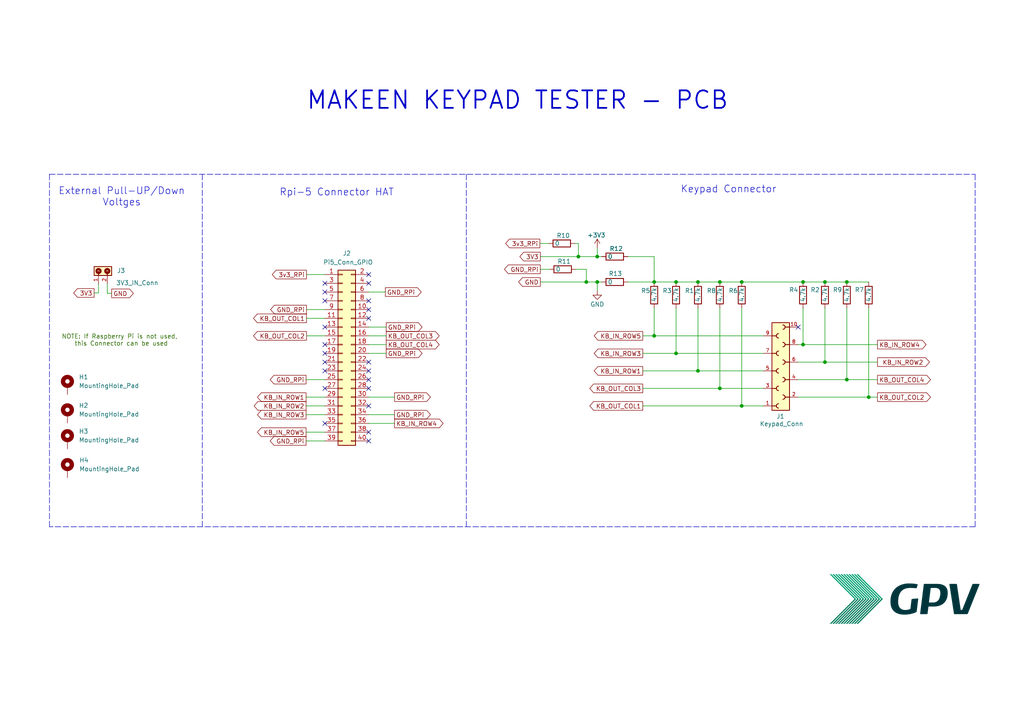
<source format=kicad_sch>
(kicad_sch (version 20250114) (generator "eeschema") (generator_version "9.0")
  (paper "A4")
  (title_block (title "MAKEEN KEYPAD TESTER PCB") (date "2025-08-15") (rev "V1") (company "GPV-GROUP") (comment 1 "©laksirisamitha"))
  (lib_symbols
    (symbol "MAKEEN_Keypad_Test_PCB:+3V3" (power) (pin_numbers (hide yes)) (pin_names (offset 0) (hide yes))
      (property "Value" "+3V3" (at 0 3.556 0))
      (symbol "+3V3_0_1"
        (polyline (pts (xy -0.762 1.27) (xy 0 2.54)))
        (polyline (pts (xy 0 2.54) (xy 0.762 1.27)))
        (polyline (pts (xy 0 0) (xy 0 2.54)))
      )
      (symbol "+3V3_1_1"
        (pin power_in line (at 0 0 90) (length 0) (name "~") (number "1"))
      )
    )
    (symbol "MAKEEN_Keypad_Test_PCB:CONN_RCPT_10POS_0.1_SMD_690367281076" (pin_names (offset 1.016))
      (property "Reference" "J" (at -12.7 0.762 0))
      (property "Value" "CONN_RCPT_10POS_0.1_SMD_690367281076" (at -12.7 -2.54 0))
      (symbol "CONN_RCPT_10POS_0.1_SMD_690367281076_0_0"
        (rectangle (start -11.43 -2.54) (end 13.97 2.54) (stroke (width 0.254)) (fill (type background)))
        (polyline (pts (xy -10.16 1.27) (xy -10.16 2.54)) (stroke (width 0.254)))
        (arc (start -10.795 0.635) (mid -10.609 1.084) (end -10.16 1.27) (stroke (width 0.254)))
        (arc (start -10.16 1.27) (mid -9.711 1.084) (end -9.525 0.635) (stroke (width 0.254)))
        (arc (start -7.62 -1.27) (mid -8.069 -1.084) (end -8.255 -0.635) (stroke (width 0.254)))
        (arc (start -6.985 -0.635) (mid -7.171 -1.084) (end -7.62 -1.27) (stroke (width 0.254)))
        (polyline (pts (xy -7.62 -1.27) (xy -7.62 -2.54)) (stroke (width 0.254)))
        (polyline (pts (xy -5.08 1.27) (xy -5.08 2.54)) (stroke (width 0.254)))
        (arc (start -5.715 0.635) (mid -5.529 1.084) (end -5.08 1.27) (stroke (width 0.254)))
        (arc (start -5.08 1.27) (mid -4.631 1.084) (end -4.445 0.635) (stroke (width 0.254)))
        (arc (start -2.54 -1.27) (mid -2.989 -1.084) (end -3.175 -0.635) (stroke (width 0.254)))
        (arc (start -1.905 -0.635) (mid -2.091 -1.084) (end -2.54 -1.27) (stroke (width 0.254)))
        (polyline (pts (xy -2.54 -1.27) (xy -2.54 -2.54)) (stroke (width 0.254)))
        (polyline (pts (xy 0 1.27) (xy 0 2.54)) (stroke (width 0.254)))
        (arc (start -0.635 0.635) (mid -0.449 1.084) (end 0 1.27) (stroke (width 0.254)))
        (arc (start 0 1.27) (mid 0.449 1.084) (end 0.635 0.635) (stroke (width 0.254)))
        (arc (start 2.54 -1.27) (mid 2.091 -1.084) (end 1.905 -0.635) (stroke (width 0.254)))
        (arc (start 3.175 -0.635) (mid 2.989 -1.084) (end 2.54 -1.27) (stroke (width 0.254)))
        (polyline (pts (xy 2.54 -1.27) (xy 2.54 -2.54)) (stroke (width 0.254)))
        (polyline (pts (xy 5.08 1.27) (xy 5.08 2.54)) (stroke (width 0.254)))
        (arc (start 5.08 1.27) (mid 5.529 1.084) (end 5.715 0.635) (stroke (width 0.254)))
        (arc (start 4.445 0.635) (mid 4.6327 1.0808) (end 5.08 1.27) (stroke (width 0.254)))
        (arc (start 8.255 -0.635) (mid 8.0673 -1.0808) (end 7.62 -1.27) (stroke (width 0.254)))
        (arc (start 7.62 -1.27) (mid 7.171 -1.084) (end 6.985 -0.635) (stroke (width 0.254)))
        (polyline (pts (xy 7.62 -1.27) (xy 7.62 -2.54)) (stroke (width 0.254)))
        (polyline (pts (xy 10.16 1.27) (xy 10.16 2.54)) (stroke (width 0.254)))
        (arc (start 10.16 1.27) (mid 10.609 1.084) (end 10.795 0.635) (stroke (width 0.254)))
        (arc (start 9.525 0.635) (mid 9.7127 1.0808) (end 10.16 1.27) (stroke (width 0.254)))
        (arc (start 13.335 -0.635) (mid 13.1473 -1.0808) (end 12.7 -1.27) (stroke (width 0.254)))
        (arc (start 12.7 -1.27) (mid 12.251 -1.084) (end 12.065 -0.635) (stroke (width 0.254)))
        (polyline (pts (xy 12.7 -1.27) (xy 12.7 -2.54)) (stroke (width 0.254)))
        (pin passive line (at -10.16 5.08 270) (length 2.54) (name "~") (number "1"))
        (pin passive line (at -7.62 -5.08 90) (length 2.54) (name "~") (number "2"))
        (pin passive line (at -5.08 5.08 270) (length 2.54) (name "~") (number "3"))
        (pin passive line (at -2.54 -5.08 90) (length 2.54) (name "~") (number "4"))
        (pin passive line (at 0 5.08 270) (length 2.54) (name "~") (number "5"))
        (pin passive line (at 2.54 -5.08 90) (length 2.54) (name "~") (number "6"))
        (pin passive line (at 5.08 5.08 270) (length 2.54) (name "~") (number "7"))
        (pin passive line (at 7.62 -5.08 90) (length 2.54) (name "~") (number "8"))
        (pin passive line (at 10.16 5.08 270) (length 2.54) (name "~") (number "9"))
        (pin passive line (at 12.7 -5.08 90) (length 2.54) (name "~") (number "10"))
      )
    )
    (symbol "MAKEEN_Keypad_Test_PCB:Conn_02x20_Odd_Even" (pin_names (offset 1.016) (hide yes))
      (property "Reference" "J" (at 1.27 25.4 0))
      (property "Value" "Conn_02x20_Odd_Even" (at 1.27 -27.94 0))
      (symbol "Conn_02x20_Odd_Even_1_1"
        (rectangle (start -1.27 24.13) (end 3.81 -26.67) (stroke (width 0.254)) (fill (type background)))
        (rectangle (start -1.27 22.987) (end 0 22.733) (stroke (width 0.1524)))
        (rectangle (start -1.27 20.447) (end 0 20.193) (stroke (width 0.1524)))
        (rectangle (start -1.27 17.907) (end 0 17.653) (stroke (width 0.1524)))
        (rectangle (start -1.27 15.367) (end 0 15.113) (stroke (width 0.1524)))
        (rectangle (start -1.27 12.827) (end 0 12.573) (stroke (width 0.1524)))
        (rectangle (start -1.27 10.287) (end 0 10.033) (stroke (width 0.1524)))
        (rectangle (start -1.27 7.747) (end 0 7.493) (stroke (width 0.1524)))
        (rectangle (start -1.27 5.207) (end 0 4.953) (stroke (width 0.1524)))
        (rectangle (start -1.27 2.667) (end 0 2.413) (stroke (width 0.1524)))
        (rectangle (start -1.27 0.127) (end 0 -0.127) (stroke (width 0.1524)))
        (rectangle (start -1.27 -2.413) (end 0 -2.667) (stroke (width 0.1524)))
        (rectangle (start -1.27 -4.953) (end 0 -5.207) (stroke (width 0.1524)))
        (rectangle (start -1.27 -7.493) (end 0 -7.747) (stroke (width 0.1524)))
        (rectangle (start -1.27 -10.033) (end 0 -10.287) (stroke (width 0.1524)))
        (rectangle (start -1.27 -12.573) (end 0 -12.827) (stroke (width 0.1524)))
        (rectangle (start -1.27 -15.113) (end 0 -15.367) (stroke (width 0.1524)))
        (rectangle (start -1.27 -17.653) (end 0 -17.907) (stroke (width 0.1524)))
        (rectangle (start -1.27 -20.193) (end 0 -20.447) (stroke (width 0.1524)))
        (rectangle (start -1.27 -22.733) (end 0 -22.987) (stroke (width 0.1524)))
        (rectangle (start -1.27 -25.273) (end 0 -25.527) (stroke (width 0.1524)))
        (rectangle (start 3.81 22.987) (end 2.54 22.733) (stroke (width 0.1524)))
        (rectangle (start 3.81 20.447) (end 2.54 20.193) (stroke (width 0.1524)))
        (rectangle (start 3.81 17.907) (end 2.54 17.653) (stroke (width 0.1524)))
        (rectangle (start 3.81 15.367) (end 2.54 15.113) (stroke (width 0.1524)))
        (rectangle (start 3.81 12.827) (end 2.54 12.573) (stroke (width 0.1524)))
        (rectangle (start 3.81 10.287) (end 2.54 10.033) (stroke (width 0.1524)))
        (rectangle (start 3.81 7.747) (end 2.54 7.493) (stroke (width 0.1524)))
        (rectangle (start 3.81 5.207) (end 2.54 4.953) (stroke (width 0.1524)))
        (rectangle (start 3.81 2.667) (end 2.54 2.413) (stroke (width 0.1524)))
        (rectangle (start 3.81 0.127) (end 2.54 -0.127) (stroke (width 0.1524)))
        (rectangle (start 3.81 -2.413) (end 2.54 -2.667) (stroke (width 0.1524)))
        (rectangle (start 3.81 -4.953) (end 2.54 -5.207) (stroke (width 0.1524)))
        (rectangle (start 3.81 -7.493) (end 2.54 -7.747) (stroke (width 0.1524)))
        (rectangle (start 3.81 -10.033) (end 2.54 -10.287) (stroke (width 0.1524)))
        (rectangle (start 3.81 -12.573) (end 2.54 -12.827) (stroke (width 0.1524)))
        (rectangle (start 3.81 -15.113) (end 2.54 -15.367) (stroke (width 0.1524)))
        (rectangle (start 3.81 -17.653) (end 2.54 -17.907) (stroke (width 0.1524)))
        (rectangle (start 3.81 -20.193) (end 2.54 -20.447) (stroke (width 0.1524)))
        (rectangle (start 3.81 -22.733) (end 2.54 -22.987) (stroke (width 0.1524)))
        (rectangle (start 3.81 -25.273) (end 2.54 -25.527) (stroke (width 0.1524)))
        (pin passive line (at -5.08 22.86 0) (length 3.81) (name "Pin_1") (number "1"))
        (pin passive line (at -5.08 20.32 0) (length 3.81) (name "Pin_3") (number "3"))
        (pin passive line (at -5.08 17.78 0) (length 3.81) (name "Pin_5") (number "5"))
        (pin passive line (at -5.08 15.24 0) (length 3.81) (name "Pin_7") (number "7"))
        (pin passive line (at -5.08 12.7 0) (length 3.81) (name "Pin_9") (number "9"))
        (pin passive line (at -5.08 10.16 0) (length 3.81) (name "Pin_11") (number "11"))
        (pin passive line (at -5.08 7.62 0) (length 3.81) (name "Pin_13") (number "13"))
        (pin passive line (at -5.08 5.08 0) (length 3.81) (name "Pin_15") (number "15"))
        (pin passive line (at -5.08 2.54 0) (length 3.81) (name "Pin_17") (number "17"))
        (pin passive line (at -5.08 0 0) (length 3.81) (name "Pin_19") (number "19"))
        (pin passive line (at -5.08 -2.54 0) (length 3.81) (name "Pin_21") (number "21"))
        (pin passive line (at -5.08 -5.08 0) (length 3.81) (name "Pin_23") (number "23"))
        (pin passive line (at -5.08 -7.62 0) (length 3.81) (name "Pin_25") (number "25"))
        (pin passive line (at -5.08 -10.16 0) (length 3.81) (name "Pin_27") (number "27"))
        (pin passive line (at -5.08 -12.7 0) (length 3.81) (name "Pin_29") (number "29"))
        (pin passive line (at -5.08 -15.24 0) (length 3.81) (name "Pin_31") (number "31"))
        (pin passive line (at -5.08 -17.78 0) (length 3.81) (name "Pin_33") (number "33"))
        (pin passive line (at -5.08 -20.32 0) (length 3.81) (name "Pin_35") (number "35"))
        (pin passive line (at -5.08 -22.86 0) (length 3.81) (name "Pin_37") (number "37"))
        (pin passive line (at -5.08 -25.4 0) (length 3.81) (name "Pin_39") (number "39"))
        (pin passive line (at 7.62 22.86 180) (length 3.81) (name "Pin_2") (number "2"))
        (pin passive line (at 7.62 20.32 180) (length 3.81) (name "Pin_4") (number "4"))
        (pin passive line (at 7.62 17.78 180) (length 3.81) (name "Pin_6") (number "6"))
        (pin passive line (at 7.62 15.24 180) (length 3.81) (name "Pin_8") (number "8"))
        (pin passive line (at 7.62 12.7 180) (length 3.81) (name "Pin_10") (number "10"))
        (pin passive line (at 7.62 10.16 180) (length 3.81) (name "Pin_12") (number "12"))
        (pin passive line (at 7.62 7.62 180) (length 3.81) (name "Pin_14") (number "14"))
        (pin passive line (at 7.62 5.08 180) (length 3.81) (name "Pin_16") (number "16"))
        (pin passive line (at 7.62 2.54 180) (length 3.81) (name "Pin_18") (number "18"))
        (pin passive line (at 7.62 0 180) (length 3.81) (name "Pin_20") (number "20"))
        (pin passive line (at 7.62 -2.54 180) (length 3.81) (name "Pin_22") (number "22"))
        (pin passive line (at 7.62 -5.08 180) (length 3.81) (name "Pin_24") (number "24"))
        (pin passive line (at 7.62 -7.62 180) (length 3.81) (name "Pin_26") (number "26"))
        (pin passive line (at 7.62 -10.16 180) (length 3.81) (name "Pin_28") (number "28"))
        (pin passive line (at 7.62 -12.7 180) (length 3.81) (name "Pin_30") (number "30"))
        (pin passive line (at 7.62 -15.24 180) (length 3.81) (name "Pin_32") (number "32"))
        (pin passive line (at 7.62 -17.78 180) (length 3.81) (name "Pin_34") (number "34"))
        (pin passive line (at 7.62 -20.32 180) (length 3.81) (name "Pin_36") (number "36"))
        (pin passive line (at 7.62 -22.86 180) (length 3.81) (name "Pin_38") (number "38"))
        (pin passive line (at 7.62 -25.4 180) (length 3.81) (name "Pin_40") (number "40"))
      )
    )
    (symbol "MAKEEN_Keypad_Test_PCB:GND" (power) (pin_numbers (hide yes)) (pin_names (offset 0) (hide yes))
      (property "Value" "GND" (at 0 -3.81 0))
      (symbol "GND_0_1"
        (polyline (pts (xy 0 0) (xy 0 -1.27) (xy 1.27 -1.27) (xy 0 -2.54) (xy -1.27 -1.27) (xy 0 -1.27)))
      )
      (symbol "GND_1_1"
        (pin power_in line (at 0 0 270) (length 0) (name "~") (number "1"))
      )
    )
    (symbol "MAKEEN_Keypad_Test_PCB:MountingHole_Pad" (pin_numbers (hide yes)) (pin_names (offset 1.016) (hide yes)) (exclude_from_sim yes) (in_bom no)
      (property "Reference" "H" (at 0 6.35 0))
      (property "Value" "MountingHole_Pad" (at 0 4.445 0))
      (symbol "MountingHole_Pad_0_1"
        (circle (center 0 1.27) (radius 1.27) (stroke (width 1.27)))
      )
      (symbol "MountingHole_Pad_1_1"
        (pin input line (at 0 -2.54 90) (length 2.54) (name "1") (number "1"))
      )
    )
    (symbol "MAKEEN_Keypad_Test_PCB:R_0805" (pin_numbers (hide yes)) (pin_names (offset 0))
      (property "Reference" "R" (at 2.032 0 90))
      (property "Value" "R_0805" (at 0 0 90))
      (symbol "R_0805_0_1"
        (rectangle (start -1.016 -2.54) (end 1.016 2.54) (stroke (width 0.254)))
      )
      (symbol "R_0805_1_1"
        (pin passive line (at 0 3.81 270) (length 1.27) (name "~") (number "1"))
        (pin passive line (at 0 -3.81 90) (length 1.27) (name "~") (number "2"))
      )
    )
    (symbol "MAKEEN_Keypad_Test_PCB:TERMBLOCK_2POS_5.08MM_691311500002" (pin_names (offset 1.016))
      (property "Reference" "J" (at -4.99 -1.205 0))
      (property "Value" "TERMBLOCK_2POS_5.08MM_691311500002" (at -4.95 -3.01 0))
      (symbol "TERMBLOCK_2POS_5.08MM_691311500002_0_0"
        (rectangle (start -3.81 -2.54) (end 1.27 0) (stroke (width 0.254)) (fill (type background)))
        (circle (center -2.54 -1.27) (radius 0.254) (stroke (width 0.635)))
        (polyline (pts (xy -2.54 -1.27) (xy -2.54 -2.54)) (stroke (width 0.254)))
        (polyline (pts (xy 0 -1.27) (xy 0 -2.54)) (stroke (width 0.254)))
        (circle (center 0 -1.27) (radius 0.254) (stroke (width 0.635)))
        (pin passive line (at -2.54 -5.08 90) (length 2.54) (name "~") (number "1"))
        (pin passive line (at 0 -5.08 90) (length 2.54) (name "~") (number "2"))
      )
    )
  )
  (text "Keypad Connector " (at 212.09 54.991 0) (effects (font (size 2.032 2.032))))
  (text "NOTE: If Raspberry Pi is not used, \nthis Connector can be used" (at 35.179 98.806 0) (effects (font (size 1.27 1.27) (thickness 0.1588))))
  (text "External Pull-UP/Down\nVoltges" (at 35.306 57.15 0) (effects (font (size 2.032 2.032))))
  (text "MAKEEN KEYPAD TESTER - PCB" (at 150.114 29.21 0) (effects (font (size 5.08 5.08) (thickness 0.508) (bold yes))))
  (text "Rpi-5 Connector HAT" (at 97.663 55.88 0) (effects (font (size 2.032 2.032))))
  (junction (at 215.138 81.788))
  (junction (at 232.918 99.949))
  (junction (at 215.138 117.729))
  (junction (at 173.228 81.788))
  (junction (at 167.767 74.422))
  (junction (at 208.788 81.788))
  (junction (at 202.438 107.569))
  (junction (at 239.268 81.788))
  (junction (at 196.088 81.788))
  (junction (at 202.438 81.788))
  (junction (at 208.788 112.649))
  (junction (at 245.618 110.109))
  (junction (at 232.918 81.788))
  (junction (at 196.088 102.489))
  (junction (at 251.968 115.189))
  (junction (at 189.738 97.409))
  (junction (at 173.228 74.422))
  (junction (at 170.053 81.788))
  (junction (at 239.268 105.029))
  (junction (at 189.738 81.788))
  (junction (at 245.618 81.788))
  (no_connect (at 106.934 87.249))
  (no_connect (at 106.934 89.789))
  (no_connect (at 94.234 107.569))
  (no_connect (at 231.521 94.869))
  (no_connect (at 94.234 82.169))
  (no_connect (at 106.934 112.649))
  (no_connect (at 106.934 79.629))
  (no_connect (at 106.934 110.109))
  (no_connect (at 106.934 107.569))
  (no_connect (at 94.234 102.489))
  (no_connect (at 94.234 87.249))
  (no_connect (at 106.934 125.349))
  (no_connect (at 94.234 94.869))
  (no_connect (at 106.934 117.729))
  (no_connect (at 106.934 127.889))
  (no_connect (at 106.934 105.029))
  (no_connect (at 106.934 82.169))
  (no_connect (at 94.234 122.809))
  (no_connect (at 94.234 99.949))
  (no_connect (at 106.934 92.329))
  (no_connect (at 94.234 112.649))
  (no_connect (at 94.234 84.709))
  (no_connect (at 94.234 105.029))
  (wire (pts (xy 231.521 115.189) (xy 251.968 115.189)))
  (wire (pts (xy 156.718 81.788) (xy 170.053 81.788)))
  (wire (pts (xy 167.005 78.105) (xy 170.053 78.105)))
  (wire (pts (xy 186.436 107.569) (xy 202.438 107.569)))
  (wire (pts (xy 232.918 99.949) (xy 254.508 99.949)))
  (wire (pts (xy 239.268 81.788) (xy 245.618 81.788)))
  (wire (pts (xy 174.498 81.788) (xy 173.228 81.788)))
  (wire (pts (xy 156.718 78.105) (xy 159.385 78.105)))
  (wire (pts (xy 215.138 89.408) (xy 215.138 117.729)))
  (wire (pts (xy 106.934 102.489) (xy 112.014 102.489)))
  (wire (pts (xy 245.618 110.109) (xy 254.508 110.109)))
  (wire (pts (xy 231.521 99.949) (xy 232.918 99.949)))
  (wire (pts (xy 232.918 89.408) (xy 232.918 99.949)))
  (wire (pts (xy 28.575 84.963) (xy 27.305 84.963)))
  (wire (pts (xy 166.751 70.612) (xy 167.767 70.612)))
  (wire (pts (xy 106.934 99.949) (xy 112.014 99.949)))
  (wire (pts (xy 231.521 105.029) (xy 239.268 105.029)))
  (wire (pts (xy 182.118 81.788) (xy 189.738 81.788)))
  (wire (pts (xy 88.773 120.269) (xy 94.234 120.269)))
  (wire (pts (xy 208.788 89.408) (xy 208.788 112.649)))
  (wire (pts (xy 156.718 74.422) (xy 167.767 74.422)))
  (wire (pts (xy 173.228 74.422) (xy 174.498 74.422)))
  (wire (pts (xy 88.773 117.729) (xy 94.234 117.729)))
  (wire (pts (xy 88.9 79.629) (xy 94.234 79.629)))
  (wire (pts (xy 215.138 81.788) (xy 232.918 81.788)))
  (wire (pts (xy 196.088 89.408) (xy 196.088 102.489)))
  (wire (pts (xy 231.521 110.109) (xy 245.618 110.109)))
  (wire (pts (xy 94.234 110.109) (xy 88.773 110.109)))
  (wire (pts (xy 186.436 117.729) (xy 215.138 117.729)))
  (wire (pts (xy 106.934 84.709) (xy 111.76 84.709)))
  (wire (pts (xy 170.053 81.788) (xy 173.228 81.788)))
  (polyline (pts (xy 14.351 50.546) (xy 14.351 152.781)) (stroke (width 0) (type dash)))
  (wire (pts (xy 251.968 115.189) (xy 254.508 115.189)))
  (wire (pts (xy 170.053 78.105) (xy 170.053 81.788)))
  (wire (pts (xy 196.088 102.489) (xy 221.361 102.489)))
  (wire (pts (xy 88.9 92.329) (xy 94.234 92.329)))
  (wire (pts (xy 251.968 89.408) (xy 251.968 115.189)))
  (wire (pts (xy 208.788 112.649) (xy 221.361 112.649)))
  (polyline (pts (xy 135.255 50.546) (xy 135.255 152.781)) (stroke (width 0) (type dash)))
  (wire (pts (xy 239.268 89.408) (xy 239.268 105.029)))
  (wire (pts (xy 31.115 85.09) (xy 32.385 85.09)))
  (wire (pts (xy 245.618 89.408) (xy 245.618 110.109)))
  (wire (pts (xy 88.9 97.409) (xy 94.234 97.409)))
  (wire (pts (xy 156.591 70.612) (xy 159.131 70.612)))
  (wire (pts (xy 186.436 102.489) (xy 196.088 102.489)))
  (wire (pts (xy 106.934 122.809) (xy 114.427 122.809)))
  (wire (pts (xy 167.767 70.612) (xy 167.767 74.422)))
  (wire (pts (xy 28.575 82.423) (xy 28.575 84.963)))
  (wire (pts (xy 106.934 97.409) (xy 112.014 97.409)))
  (wire (pts (xy 232.918 81.788) (xy 239.268 81.788)))
  (wire (pts (xy 245.618 81.788) (xy 251.968 81.788)))
  (wire (pts (xy 189.738 74.422) (xy 189.738 81.788)))
  (polyline (pts (xy 282.829 152.781) (xy 14.351 152.781)) (stroke (width 0) (type dash)))
  (polyline (pts (xy 14.351 50.546) (xy 282.829 50.546)) (stroke (width 0) (type dash)))
  (wire (pts (xy 189.738 97.409) (xy 221.361 97.409)))
  (wire (pts (xy 106.934 94.869) (xy 112.014 94.869)))
  (wire (pts (xy 186.436 97.409) (xy 189.738 97.409)))
  (wire (pts (xy 88.773 127.889) (xy 94.234 127.889)))
  (wire (pts (xy 239.268 105.029) (xy 254.508 105.029)))
  (wire (pts (xy 215.138 117.729) (xy 221.361 117.729)))
  (wire (pts (xy 167.767 74.422) (xy 173.228 74.422)))
  (wire (pts (xy 31.115 82.423) (xy 31.115 85.09)))
  (polyline (pts (xy 282.829 50.546) (xy 282.829 152.781)) (stroke (width 0) (type dash)))
  (wire (pts (xy 88.773 125.349) (xy 94.234 125.349)))
  (wire (pts (xy 202.438 107.569) (xy 221.361 107.569)))
  (wire (pts (xy 186.436 112.649) (xy 208.788 112.649)))
  (wire (pts (xy 173.228 71.882) (xy 173.228 74.422)))
  (wire (pts (xy 202.438 89.408) (xy 202.438 107.569)))
  (wire (pts (xy 106.934 120.269) (xy 114.427 120.269)))
  (wire (pts (xy 189.738 89.408) (xy 189.738 97.409)))
  (polyline (pts (xy 58.674 50.546) (xy 58.674 152.781)) (stroke (width 0) (type dash)))
  (wire (pts (xy 88.9 89.789) (xy 94.234 89.789)))
  (wire (pts (xy 208.788 81.788) (xy 215.138 81.788)))
  (wire (pts (xy 173.228 81.788) (xy 173.228 84.328)))
  (wire (pts (xy 106.934 115.189) (xy 114.427 115.189)))
  (wire (pts (xy 196.088 81.788) (xy 202.438 81.788)))
  (wire (pts (xy 189.738 81.788) (xy 196.088 81.788)))
  (wire (pts (xy 88.773 115.189) (xy 94.234 115.189)))
  (wire (pts (xy 182.118 74.422) (xy 189.738 74.422)))
  (wire (pts (xy 202.438 81.788) (xy 208.788 81.788)))
  (image (at 262.382 173.736) (scale 0.309677))
  (global_label "GND_RPi" (shape output) (at 111.76 84.709 0) (property "Intersheetrefs" "${INTERSHEET_REFS}" (effects (hide yes))))
  (global_label " KB_IN_ROW2" (shape output) (at 254.508 105.029 0) (property "Intersheetrefs" "${INTERSHEET_REFS}" (effects (hide yes))))
  (global_label "KB_IN_ROW4" (shape output) (at 114.427 122.809 0) (property "Intersheetrefs" "${INTERSHEET_REFS}" (effects (hide yes))))
  (global_label "KB_OUT_COL3" (shape output) (at 186.436 112.649 180) (property "Intersheetrefs" "${INTERSHEET_REFS}" (effects (hide yes))))
  (global_label "KB_OUT_COL4" (shape output) (at 254.508 110.109 0) (property "Intersheetrefs" "${INTERSHEET_REFS}" (effects (hide yes))))
  (global_label "GND_RPi" (shape output) (at 156.718 78.105 180) (property "Intersheetrefs" "${INTERSHEET_REFS}" (effects (hide yes))))
  (global_label "GND_RPi" (shape output) (at 88.9 89.789 180) (property "Intersheetrefs" "${INTERSHEET_REFS}" (effects (hide yes))))
  (global_label "KB_OUT_COL2" (shape output) (at 254.508 115.189 0) (property "Intersheetrefs" "${INTERSHEET_REFS}" (effects (hide yes))))
  (global_label "KB_IN_ROW4" (shape output) (at 254.508 99.949 0) (property "Intersheetrefs" "${INTERSHEET_REFS}" (effects (hide yes))))
  (global_label "KB_OUT_COL3" (shape output) (at 112.014 97.409 0) (property "Intersheetrefs" "${INTERSHEET_REFS}" (effects (hide yes))))
  (global_label " KB_IN_ROW2" (shape output) (at 88.773 117.729 180) (property "Intersheetrefs" "${INTERSHEET_REFS}" (effects (hide yes))))
  (global_label "KB_IN_ROW1" (shape output) (at 186.436 107.569 180) (property "Intersheetrefs" "${INTERSHEET_REFS}" (effects (hide yes))))
  (global_label "GND_RPi" (shape output) (at 114.427 115.189 0) (property "Intersheetrefs" "${INTERSHEET_REFS}" (effects (hide yes))))
  (global_label "KB_OUT_COL1" (shape output) (at 88.9 92.329 180) (property "Intersheetrefs" "${INTERSHEET_REFS}" (effects (hide yes))))
  (global_label "3v3_RPi" (shape output) (at 156.591 70.612 180) (property "Intersheetrefs" "${INTERSHEET_REFS}" (effects (hide yes))))
  (global_label "GND_RPi" (shape output) (at 112.014 94.869 0) (property "Intersheetrefs" "${INTERSHEET_REFS}" (effects (hide yes))))
  (global_label "GND" (shape output) (at 32.385 85.09 0) (property "Intersheetrefs" "${INTERSHEET_REFS}" (effects (hide yes))))
  (global_label "KB_OUT_COL4" (shape output) (at 112.014 99.949 0) (property "Intersheetrefs" "${INTERSHEET_REFS}" (effects (hide yes))))
  (global_label "3v3_RPi" (shape output) (at 88.9 79.629 180) (property "Intersheetrefs" "${INTERSHEET_REFS}" (effects (hide yes))))
  (global_label "3V3" (shape output) (at 156.718 74.422 180) (property "Intersheetrefs" "${INTERSHEET_REFS}" (effects (hide yes))))
  (global_label "GND_RPi" (shape output) (at 112.014 102.489 0) (property "Intersheetrefs" "${INTERSHEET_REFS}" (effects (hide yes))))
  (global_label "3V3" (shape output) (at 27.305 84.963 180) (property "Intersheetrefs" "${INTERSHEET_REFS}" (effects (hide yes))))
  (global_label "KB_IN_ROW3" (shape output) (at 186.436 102.489 180) (property "Intersheetrefs" "${INTERSHEET_REFS}" (effects (hide yes))))
  (global_label "KB_OUT_COL2" (shape output) (at 88.9 97.409 180) (property "Intersheetrefs" "${INTERSHEET_REFS}" (effects (hide yes))))
  (global_label "GND_RPi" (shape output) (at 88.773 110.109 180) (property "Intersheetrefs" "${INTERSHEET_REFS}" (effects (hide yes))))
  (global_label "KB_IN_ROW3" (shape output) (at 88.773 120.269 180) (property "Intersheetrefs" "${INTERSHEET_REFS}" (effects (hide yes))))
  (global_label "KB_IN_ROW1" (shape output) (at 88.773 115.189 180) (property "Intersheetrefs" "${INTERSHEET_REFS}" (effects (hide yes))))
  (global_label "GND_RPi" (shape output) (at 88.773 127.889 180) (property "Intersheetrefs" "${INTERSHEET_REFS}" (effects (hide yes))))
  (global_label "KB_OUT_COL1" (shape output) (at 186.436 117.729 180) (property "Intersheetrefs" "${INTERSHEET_REFS}" (effects (hide yes))))
  (global_label "GND_RPi" (shape output) (at 114.427 120.269 0) (property "Intersheetrefs" "${INTERSHEET_REFS}" (effects (hide yes))))
  (global_label "KB_IN_ROW5" (shape output) (at 186.436 97.409 180) (property "Intersheetrefs" "${INTERSHEET_REFS}" (effects (hide yes))))
  (global_label "KB_IN_ROW5" (shape output) (at 88.773 125.349 180) (property "Intersheetrefs" "${INTERSHEET_REFS}" (effects (hide yes))))
  (global_label "GND" (shape output) (at 156.718 81.788 180) (property "Intersheetrefs" "${INTERSHEET_REFS}" (effects (hide yes))))
  (symbol (lib_id "MAKEEN_Keypad_Test_PCB:TERMBLOCK_2POS_5.08MM_691311500002") (at 31.115 77.343 0) (unit 1)
    (property "Reference" "J3" (at 33.909 78.486 0) (effects (justify left)))
    (property "Value" "3V3_IN_Conn" (at 33.655 82.042 0) (effects (justify left)))
    (property "Footprint" "MAKEEN_Keypad_Test_PCB:TERMBLOCK_2POS_5.08MM_691311500002" (effects (hide yes)))
    (property "MF" "Würth Elektronik" (effects (hide yes)))
    (property "Description_1" "2 Position Terminal Block Header, Male Pins, Shrouded (2 Side) 0.200 (5.08mm) Vertical - Through Hole" (effects (hide yes)))
    (property "Package" "None" (effects (hide yes)))
    (property "Price" "None" (effects (hide yes)))
    (property "SnapEDA_Link" "https://www.snapeda.com/parts/691311500002/W%25C3%25BCrth+Elektronik+Midcom/view-part/?ref=snap" (effects (hide yes)))
    (property "MP" "691311500002" (effects (hide yes)))
    (property "Availability" "In Stock" (effects (hide yes)))
    (property "Check_prices" "https://www.snapeda.com/parts/691311500002/W%25C3%25BCrth+Elektronik+Midcom/view-part/?ref=eda" (effects (hide yes)))
  )
  (symbol (lib_id "MAKEEN_Keypad_Test_PCB:R_0805") (at 202.438 85.598 0) (unit 1)
    (property "Reference" "R1" (at 198.628 84.328 0) (effects (justify left)))
    (property "Value" "4.7k" (at 202.438 87.63 90) (effects (justify left)))
    (property "Footprint" "MAKEEN_Keypad_Test_PCB:R_0805_2012Metric_Pad1.20x1.40mm_HandSolder" (effects (hide yes)))
    (property "Description" "Resistor" (effects (hide yes)))
  )
  (symbol (lib_id "MAKEEN_Keypad_Test_PCB:R_0805") (at 208.788 85.598 0) (unit 1)
    (property "Reference" "R8" (at 204.978 84.328 0) (effects (justify left)))
    (property "Value" "4.7k" (at 208.788 87.63 90) (effects (justify left)))
    (property "Footprint" "MAKEEN_Keypad_Test_PCB:R_0805_2012Metric_Pad1.20x1.40mm_HandSolder" (effects (hide yes)))
    (property "Description" "Resistor" (effects (hide yes)))
  )
  (symbol (lib_id "MAKEEN_Keypad_Test_PCB:R_0805") (at 251.968 85.598 0) (unit 1)
    (property "Reference" "R7" (at 247.904 84.074 0) (effects (justify left)))
    (property "Value" "4.7k" (at 251.968 87.63 90) (effects (justify left)))
    (property "Footprint" "MAKEEN_Keypad_Test_PCB:R_0805_2012Metric_Pad1.20x1.40mm_HandSolder" (effects (hide yes)))
    (property "Description" "Resistor" (effects (hide yes)))
  )
  (symbol (lib_id "MAKEEN_Keypad_Test_PCB:R_0805") (at 232.918 85.598 0) (unit 1)
    (property "Reference" "R4" (at 228.854 84.074 0) (effects (justify left)))
    (property "Value" "4.7k" (at 232.918 87.63 90) (effects (justify left)))
    (property "Footprint" "MAKEEN_Keypad_Test_PCB:R_0805_2012Metric_Pad1.20x1.40mm_HandSolder" (effects (hide yes)))
    (property "Description" "Resistor" (effects (hide yes)))
  )
  (symbol (lib_id "MAKEEN_Keypad_Test_PCB:MountingHole_Pad") (at 19.558 127.635 0) (unit 1) (exclude_from_sim yes) (in_bom no)
    (property "Reference" "H3" (at 22.86 125.0949 0) (effects (justify left)))
    (property "Value" "MountingHole_Pad" (at 22.86 127.6349 0) (effects (justify left)))
    (property "Footprint" "MAKEEN_Keypad_Test_PCB:MountingHole_2.7mm_M2.5_Pad" (effects (hide yes)))
    (property "Description" "Mounting Hole with connection" (effects (hide yes)))
  )
  (symbol (lib_id "MAKEEN_Keypad_Test_PCB:CONN_RCPT_10POS_0.1_SMD_690367281076") (at 226.441 107.569 90) (unit 1)
    (property "Reference" "J1" (at 225.171 120.777 90) (effects (justify right)))
    (property "Value" "Keypad_Conn" (at 220.345 122.936 90) (effects (justify right)))
    (property "Footprint" "MAKEEN_Keypad_Test_PCB:CONN_RCPT_10POS_0.1_SMD_690367281076" (effects (hide yes)))
    (property "MF" "Würth Elektronik" (effects (hide yes)))
    (property "Description_1" "10 Position Receptacle Connector 0.100 (2.54mm) Surface Mount Tin" (effects (hide yes)))
    (property "Package" "None" (effects (hide yes)))
    (property "Price" "None" (effects (hide yes)))
    (property "SnapEDA_Link" "https://www.snapeda.com/parts/690367281076/W%25C3%25BCrth+Elektronik+Midcom/view-part/?ref=snap" (effects (hide yes)))
    (property "MP" "690367281076" (effects (hide yes)))
    (property "Availability" "In Stock" (effects (hide yes)))
    (property "Check_prices" "https://www.snapeda.com/parts/690367281076/W%25C3%25BCrth+Elektronik+Midcom/view-part/?ref=eda" (effects (hide yes)))
  )
  (symbol (lib_id "MAKEEN_Keypad_Test_PCB:R_0805") (at 196.088 85.598 0) (unit 1)
    (property "Reference" "R3" (at 192.151 84.328 0) (effects (justify left)))
    (property "Value" "4.7k" (at 196.088 87.63 90) (effects (justify left)))
    (property "Footprint" "MAKEEN_Keypad_Test_PCB:R_0805_2012Metric_Pad1.20x1.40mm_HandSolder" (effects (hide yes)))
    (property "Description" "Resistor" (effects (hide yes)))
  )
  (symbol (lib_id "MAKEEN_Keypad_Test_PCB:MountingHole_Pad") (at 19.558 111.887 0) (unit 1) (exclude_from_sim yes) (in_bom no)
    (property "Reference" "H1" (at 22.86 109.3469 0) (effects (justify left)))
    (property "Value" "MountingHole_Pad" (at 22.86 111.8869 0) (effects (justify left)))
    (property "Footprint" "MAKEEN_Keypad_Test_PCB:MountingHole_2.7mm_M2.5_Pad" (effects (hide yes)))
    (property "Description" "Mounting Hole with connection" (effects (hide yes)))
  )
  (symbol (lib_id "MAKEEN_Keypad_Test_PCB:R_0805") (at 163.195 78.105 270) (unit 1)
    (property "Reference" "R11" (at 161.671 75.819 90) (effects (justify left)))
    (property "Value" "0" (at 161.163 78.105 90) (effects (justify left)))
    (property "Footprint" "MAKEEN_Keypad_Test_PCB:R_0805_2012Metric_Pad1.20x1.40mm_HandSolder" (effects (hide yes)))
    (property "Description" "Resistor" (effects (hide yes)))
  )
  (symbol (lib_id "MAKEEN_Keypad_Test_PCB:R_0805") (at 239.268 85.598 0) (unit 1)
    (property "Reference" "R2" (at 235.077 84.074 0) (effects (justify left)))
    (property "Value" "4.7k" (at 239.268 87.63 90) (effects (justify left)))
    (property "Footprint" "MAKEEN_Keypad_Test_PCB:R_0805_2012Metric_Pad1.20x1.40mm_HandSolder" (effects (hide yes)))
    (property "Description" "Resistor" (effects (hide yes)))
  )
  (symbol (lib_id "MAKEEN_Keypad_Test_PCB:R_0805") (at 245.618 85.598 0) (unit 1)
    (property "Reference" "R9" (at 241.554 84.074 0) (effects (justify left)))
    (property "Value" "4.7k" (at 245.618 87.63 90) (effects (justify left)))
    (property "Footprint" "MAKEEN_Keypad_Test_PCB:R_0805_2012Metric_Pad1.20x1.40mm_HandSolder" (effects (hide yes)))
    (property "Description" "Resistor" (effects (hide yes)))
  )
  (symbol (lib_id "MAKEEN_Keypad_Test_PCB:MountingHole_Pad") (at 19.558 136.017 0) (unit 1) (exclude_from_sim yes) (in_bom no)
    (property "Reference" "H4" (at 22.987 133.4769 0) (effects (justify left)))
    (property "Value" "MountingHole_Pad" (at 22.987 136.0169 0) (effects (justify left)))
    (property "Footprint" "MAKEEN_Keypad_Test_PCB:MountingHole_2.7mm_M2.5_Pad" (effects (hide yes)))
    (property "Description" "Mounting Hole with connection" (effects (hide yes)))
  )
  (symbol (lib_id "MAKEEN_Keypad_Test_PCB:+3V3") (at 173.228 71.882 0) (unit 1)
    (property "Reference" "#PWR01" (effects (hide yes)))
    (property "Value" "+3V3" (at 172.974 68.199 0))
    (property "Description" "Power symbol creates a global label with name \"+3V3\"" (effects (hide yes)))
  )
  (symbol (lib_id "MAKEEN_Keypad_Test_PCB:R_0805") (at 162.941 70.612 270) (unit 1)
    (property "Reference" "R10" (at 161.417 68.326 90) (effects (justify left)))
    (property "Value" "0" (at 160.909 70.612 90) (effects (justify left)))
    (property "Footprint" "MAKEEN_Keypad_Test_PCB:R_0805_2012Metric_Pad1.20x1.40mm_HandSolder" (effects (hide yes)))
    (property "Description" "Resistor" (effects (hide yes)))
  )
  (symbol (lib_id "MAKEEN_Keypad_Test_PCB:GND") (at 173.228 84.328 0) (unit 1)
    (property "Reference" "#PWR02" (effects (hide yes)))
    (property "Value" "GND" (at 173.228 88.265 0))
    (property "Description" "Power symbol creates a global label with name \"GND\" , ground" (effects (hide yes)))
  )
  (symbol (lib_id "MAKEEN_Keypad_Test_PCB:MountingHole_Pad") (at 19.558 120.142 0) (unit 1) (exclude_from_sim yes) (in_bom no)
    (property "Reference" "H2" (at 22.86 117.6019 0) (effects (justify left)))
    (property "Value" "MountingHole_Pad" (at 22.86 120.1419 0) (effects (justify left)))
    (property "Footprint" "MAKEEN_Keypad_Test_PCB:MountingHole_2.7mm_M2.5_Pad" (effects (hide yes)))
    (property "Description" "Mounting Hole with connection" (effects (hide yes)))
  )
  (symbol (lib_id "MAKEEN_Keypad_Test_PCB:R_0805") (at 178.308 81.788 270) (unit 1)
    (property "Reference" "R13" (at 176.53 79.375 90) (effects (justify left)))
    (property "Value" "0" (at 176.276 81.788 90) (effects (justify left)))
    (property "Footprint" "MAKEEN_Keypad_Test_PCB:R_0805_2012Metric_Pad1.20x1.40mm_HandSolder" (effects (hide yes)))
    (property "Description" "Resistor" (effects (hide yes)))
  )
  (symbol (lib_id "MAKEEN_Keypad_Test_PCB:R_0805") (at 215.138 85.598 0) (unit 1)
    (property "Reference" "R6" (at 211.328 84.328 0) (effects (justify left)))
    (property "Value" "4.7k" (at 215.138 87.63 90) (effects (justify left)))
    (property "Footprint" "MAKEEN_Keypad_Test_PCB:R_0805_2012Metric_Pad1.20x1.40mm_HandSolder" (effects (hide yes)))
    (property "Description" "Resistor" (effects (hide yes)))
  )
  (symbol (lib_id "MAKEEN_Keypad_Test_PCB:R_0805") (at 189.738 85.598 0) (unit 1)
    (property "Reference" "R5" (at 185.928 84.328 0) (effects (justify left)))
    (property "Value" "4.7k" (at 189.738 87.63 90) (effects (justify left)))
    (property "Footprint" "MAKEEN_Keypad_Test_PCB:R_0805_2012Metric_Pad1.20x1.40mm_HandSolder" (effects (hide yes)))
    (property "Description" "Resistor" (effects (hide yes)))
  )
  (symbol (lib_id "MAKEEN_Keypad_Test_PCB:Conn_02x20_Odd_Even") (at 99.314 102.489 0) (unit 1)
    (property "Reference" "J2" (at 100.584 73.4822 0))
    (property "Value" "Pi5_Conn_GPIO" (at 100.965 76.073 0))
    (property "Footprint" "MAKEEN_Keypad_Test_PCB:PinSocket_2x20_P2.54mm_Vertical" (effects (hide yes)))
    (property "Description" "Generic connector, double row, 02x20, odd/even pin numbering scheme (row 1 odd numbers, row 2 even numbers), script generated (kicad-library-utils/schlib/autogen/connector/)" (effects (hide yes)))
  )
  (symbol (lib_id "MAKEEN_Keypad_Test_PCB:R_0805") (at 178.308 74.422 270) (unit 1)
    (property "Reference" "R12" (at 176.784 72.136 90) (effects (justify left)))
    (property "Value" "0" (at 176.276 74.422 90) (effects (justify left)))
    (property "Footprint" "MAKEEN_Keypad_Test_PCB:R_0805_2012Metric_Pad1.20x1.40mm_HandSolder" (effects (hide yes)))
    (property "Description" "Resistor" (effects (hide yes)))
  )
)
</source>
